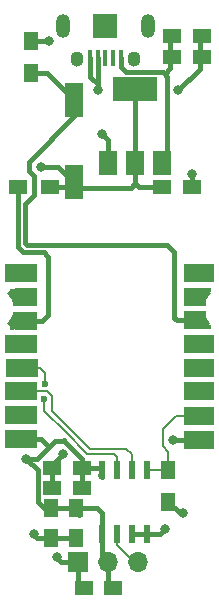
<source format=gbr>
G04 #@! TF.FileFunction,Copper,L1,Top,Signal*
%FSLAX46Y46*%
G04 Gerber Fmt 4.6, Leading zero omitted, Abs format (unit mm)*
G04 Created by KiCad (PCBNEW 4.0.4-stable) date 03/30/17 11:33:34*
%MOMM*%
%LPD*%
G01*
G04 APERTURE LIST*
%ADD10C,0.100000*%
%ADD11R,1.700000X1.700000*%
%ADD12O,1.700000X1.700000*%
%ADD13R,1.250000X1.500000*%
%ADD14R,1.300000X1.500000*%
%ADD15R,0.600000X1.550000*%
%ADD16R,1.500000X1.250000*%
%ADD17R,1.500000X1.300000*%
%ADD18R,2.500000X1.500000*%
%ADD19R,1.900000X1.500000*%
%ADD20R,2.700000X1.500000*%
%ADD21R,1.600000X3.000000*%
%ADD22R,3.800000X2.000000*%
%ADD23R,1.500000X2.000000*%
%ADD24O,1.200000X2.000000*%
%ADD25R,2.000000X2.000000*%
%ADD26R,0.400000X1.350000*%
%ADD27O,1.100000X1.300000*%
%ADD28O,1.000000X1.500000*%
%ADD29O,1.000000X1.400000*%
%ADD30R,0.400000X0.700000*%
%ADD31R,0.700000X0.400000*%
%ADD32C,0.800000*%
%ADD33C,0.600000*%
%ADD34C,0.400000*%
%ADD35C,0.200000*%
G04 APERTURE END LIST*
D10*
G36*
X158881795Y-81446890D02*
X159228205Y-81246890D01*
X159578205Y-81853108D01*
X159231795Y-82053108D01*
X158881795Y-81446890D01*
X158881795Y-81446890D01*
G37*
G36*
X159234138Y-79772801D02*
X158894919Y-79560833D01*
X159265862Y-78967199D01*
X159605081Y-79179167D01*
X159234138Y-79772801D01*
X159234138Y-79772801D01*
G37*
G36*
X143114582Y-79551989D02*
X142786921Y-79781420D01*
X142385418Y-79208013D01*
X142713079Y-78978582D01*
X143114582Y-79551989D01*
X143114582Y-79551989D01*
G37*
G36*
X142745862Y-81257199D02*
X143085081Y-81469167D01*
X142714138Y-82062801D01*
X142374919Y-81850833D01*
X142745862Y-81257199D01*
X142745862Y-81257199D01*
G37*
D11*
X148330000Y-101940000D03*
D12*
X150870000Y-101940000D03*
X153410000Y-101940000D03*
D13*
X148230000Y-99940000D03*
X148230000Y-97440000D03*
D14*
X144370000Y-57880000D03*
X144370000Y-60580000D03*
D15*
X150385000Y-99600000D03*
X151655000Y-99600000D03*
X152925000Y-99600000D03*
X154195000Y-99600000D03*
X154195000Y-94200000D03*
X152925000Y-94200000D03*
X151655000Y-94200000D03*
X150385000Y-94200000D03*
D16*
X155490000Y-70250000D03*
X157990000Y-70250000D03*
X146180000Y-95680000D03*
X148680000Y-95680000D03*
X146170000Y-94030000D03*
X148670000Y-94030000D03*
D14*
X155980000Y-96870000D03*
X155980000Y-94170000D03*
D13*
X146060000Y-99940000D03*
X146060000Y-97440000D03*
D17*
X143260000Y-70230000D03*
X145960000Y-70230000D03*
D18*
X158600000Y-91632400D03*
X158600000Y-89600400D03*
X158600000Y-87517600D03*
X158600000Y-85536400D03*
X158600000Y-83504400D03*
D19*
X158300000Y-81523200D03*
X158300000Y-79516600D03*
D20*
X143550000Y-91594300D03*
X143550000Y-89511500D03*
X143550000Y-87530300D03*
X143650000Y-85511000D03*
X143550000Y-83479000D03*
D19*
X143970000Y-81574000D03*
X143970000Y-79542000D03*
D20*
X143550000Y-77510000D03*
D18*
X158600000Y-77510000D03*
D21*
X148030000Y-69840000D03*
X148030000Y-62840000D03*
D16*
X156330000Y-59190000D03*
X158830000Y-59190000D03*
X156330000Y-57450000D03*
X158830000Y-57450000D03*
D22*
X153200000Y-61920000D03*
D23*
X153200000Y-68220000D03*
X155500000Y-68220000D03*
X150900000Y-68220000D03*
D24*
X154265000Y-56610000D03*
D25*
X150690000Y-56610000D03*
D24*
X147115000Y-56610000D03*
D26*
X151990000Y-59285000D03*
X151340000Y-59285000D03*
X150690000Y-59285000D03*
X150040000Y-59285000D03*
X149390000Y-59285000D03*
D27*
X153115000Y-59360000D03*
X148265000Y-59360000D03*
D16*
X148830000Y-104180000D03*
X151330000Y-104180000D03*
D28*
X143210000Y-81590000D03*
D29*
X143210000Y-79470000D03*
D30*
X143020000Y-81170000D03*
X143020000Y-79950000D03*
D31*
X159260000Y-82070000D03*
X159260000Y-78960000D03*
D30*
X142800000Y-81980000D03*
X142800000Y-79160000D03*
D32*
X146580000Y-101590000D03*
X144600000Y-99620000D03*
X155770000Y-99140000D03*
X147120000Y-92800000D03*
X157230000Y-97850000D03*
X157990000Y-69080000D03*
X145900000Y-57900000D03*
X156850000Y-62020000D03*
X156380000Y-91620000D03*
X150420000Y-65760000D03*
X150020000Y-62010000D03*
X143970000Y-93240000D03*
X145190000Y-68500000D03*
D33*
X145530000Y-86900000D03*
X145510000Y-88190000D03*
D34*
X148830000Y-104180000D02*
X148330000Y-103680000D01*
X148330000Y-103680000D02*
X148330000Y-101940000D01*
X148330000Y-101940000D02*
X146930000Y-101940000D01*
X146930000Y-101940000D02*
X146580000Y-101590000D01*
X146060000Y-99940000D02*
X144920000Y-99940000D01*
X144920000Y-99940000D02*
X144600000Y-99620000D01*
X154195000Y-99600000D02*
X155310000Y-99600000D01*
X155310000Y-99600000D02*
X155770000Y-99140000D01*
X152925000Y-99600000D02*
X154195000Y-99600000D01*
X146170000Y-94030000D02*
X146170000Y-93750000D01*
X146170000Y-93750000D02*
X147120000Y-92800000D01*
X146180000Y-95680000D02*
X146180000Y-94040000D01*
X146180000Y-94040000D02*
X146170000Y-94030000D01*
X155980000Y-96870000D02*
X156960000Y-97850000D01*
X156960000Y-97850000D02*
X157230000Y-97850000D01*
X157990000Y-70250000D02*
X157990000Y-69080000D01*
X144370000Y-57880000D02*
X145880000Y-57880000D01*
X145880000Y-57880000D02*
X145900000Y-57900000D01*
X158690000Y-59180000D02*
X158690000Y-60200000D01*
X158690000Y-60200000D02*
X156850000Y-62020000D01*
X158690000Y-57470000D02*
X158690000Y-59180000D01*
X158187000Y-91632400D02*
X156392400Y-91632400D01*
X156392400Y-91632400D02*
X156380000Y-91620000D01*
X150900000Y-68380000D02*
X150900000Y-66240000D01*
X150900000Y-66240000D02*
X150420000Y-65760000D01*
X150040000Y-61530000D02*
X150040000Y-61990000D01*
X150040000Y-61990000D02*
X150020000Y-62010000D01*
X149390000Y-59285000D02*
X149390000Y-60880000D01*
X149390000Y-60880000D02*
X150040000Y-61530000D01*
X150040000Y-59285000D02*
X150040000Y-61530000D01*
X146300000Y-99930000D02*
X148550000Y-99930000D01*
X148550000Y-99930000D02*
X148560000Y-99940000D01*
X145885000Y-92215000D02*
X145264300Y-91594300D01*
X145264300Y-91594300D02*
X144148900Y-91594300D01*
X143970000Y-93240000D02*
X144860000Y-93240000D01*
X146390000Y-91710000D02*
X147170000Y-91710000D01*
X144860000Y-93240000D02*
X145885000Y-92215000D01*
X145885000Y-92215000D02*
X146390000Y-91710000D01*
X144940000Y-96870000D02*
X144940000Y-94210000D01*
X145500000Y-97430000D02*
X145040000Y-96970000D01*
X145040000Y-96970000D02*
X144940000Y-96870000D01*
X144940000Y-94210000D02*
X143970000Y-93240000D01*
X145960000Y-70230000D02*
X147640000Y-70230000D01*
X147640000Y-70230000D02*
X148030000Y-69840000D01*
X145190000Y-68500000D02*
X146690000Y-68500000D01*
X146690000Y-68500000D02*
X148030000Y-69840000D01*
X148680000Y-95680000D02*
X148680000Y-94040000D01*
X148680000Y-94040000D02*
X148670000Y-94030000D01*
X148670000Y-94030000D02*
X150215000Y-94030000D01*
X150215000Y-94030000D02*
X150385000Y-94200000D01*
X146300000Y-97430000D02*
X145500000Y-97430000D01*
X148560000Y-97440000D02*
X146310000Y-97440000D01*
X146310000Y-97440000D02*
X146300000Y-97430000D01*
X148560000Y-97440000D02*
X150000000Y-97440000D01*
X150385000Y-97825000D02*
X150385000Y-99600000D01*
X150000000Y-97440000D02*
X150385000Y-97825000D01*
X150385000Y-99600000D02*
X150385000Y-101455000D01*
X150385000Y-101455000D02*
X150870000Y-101940000D01*
X150870000Y-101940000D02*
X150870000Y-103720000D01*
X150870000Y-103720000D02*
X151330000Y-104180000D01*
X155490000Y-70250000D02*
X153530000Y-70250000D01*
X153530000Y-70250000D02*
X153200000Y-69920000D01*
X150235000Y-94590000D02*
X150395000Y-94750000D01*
X153200000Y-68380000D02*
X153200000Y-69920000D01*
X152850000Y-70270000D02*
X148460000Y-70270000D01*
X153200000Y-69920000D02*
X152850000Y-70270000D01*
X148460000Y-70270000D02*
X148030000Y-69840000D01*
X148700000Y-94590000D02*
X148700000Y-93240000D01*
X148700000Y-93240000D02*
X147170000Y-91710000D01*
X147170000Y-91710000D02*
X147140000Y-91680000D01*
X148430000Y-98010000D02*
X148440000Y-98020000D01*
X153200000Y-68380000D02*
X153200000Y-62080000D01*
D35*
X154195000Y-94200000D02*
X155950000Y-94200000D01*
X155950000Y-94200000D02*
X155980000Y-94170000D01*
X155980000Y-94760000D02*
X155980000Y-92650000D01*
X156629600Y-89600400D02*
X158136200Y-89600400D01*
X155520000Y-90710000D02*
X156629600Y-89600400D01*
X155520000Y-92190000D02*
X155520000Y-90710000D01*
X155980000Y-92650000D02*
X155520000Y-92190000D01*
X155970000Y-94750000D02*
X155980000Y-94760000D01*
X145740300Y-87530300D02*
X146140000Y-87930000D01*
X144072700Y-87530300D02*
X145740300Y-87530300D01*
X146140000Y-87930000D02*
X146140000Y-89170000D01*
X147500000Y-90530000D02*
X146140000Y-89170000D01*
X147500000Y-90530000D02*
X149340000Y-92370000D01*
X152925000Y-94200000D02*
X152925000Y-92865000D01*
X152430000Y-92370000D02*
X152925000Y-92865000D01*
X149340000Y-92370000D02*
X152430000Y-92370000D01*
X144143000Y-87460000D02*
X144072700Y-87530300D01*
X145530000Y-86900000D02*
X145530000Y-85930000D01*
X147330000Y-90980000D02*
X145510000Y-89160000D01*
X145510000Y-88190000D02*
X145510000Y-89160000D01*
X145111000Y-85511000D02*
X144350000Y-85511000D01*
X145530000Y-85930000D02*
X145111000Y-85511000D01*
X147330000Y-90980000D02*
X149160000Y-92810000D01*
X149160000Y-92810000D02*
X151400000Y-92810000D01*
X151400000Y-92810000D02*
X151655000Y-93065000D01*
X151655000Y-93065000D02*
X151655000Y-94200000D01*
X151665000Y-94750000D02*
X151665000Y-93775000D01*
X147340000Y-90980000D02*
X147330000Y-90980000D01*
X144841000Y-85511000D02*
X144060000Y-85511000D01*
X144659000Y-86110000D02*
X144060000Y-85511000D01*
D34*
X156190000Y-59180000D02*
X156190000Y-57470000D01*
X156190000Y-59180000D02*
X156190000Y-60180000D01*
X156190000Y-60180000D02*
X155695000Y-60675000D01*
X151990000Y-59285000D02*
X151990000Y-60080000D01*
X155920000Y-60900000D02*
X155920000Y-67960000D01*
X155530000Y-60510000D02*
X155695000Y-60675000D01*
X155695000Y-60675000D02*
X155920000Y-60900000D01*
X152420000Y-60510000D02*
X155530000Y-60510000D01*
X151990000Y-60080000D02*
X152420000Y-60510000D01*
X155920000Y-67960000D02*
X155500000Y-68380000D01*
X148030000Y-62840000D02*
X148030000Y-64250000D01*
X148030000Y-64250000D02*
X144200000Y-68080000D01*
X156723200Y-81523200D02*
X158085400Y-81523200D01*
X156480000Y-81280000D02*
X156723200Y-81523200D01*
X156480000Y-75740000D02*
X156480000Y-81280000D01*
X155890000Y-75150000D02*
X156480000Y-75740000D01*
X144070000Y-75150000D02*
X155890000Y-75150000D01*
X143860002Y-74940002D02*
X144070000Y-75150000D01*
X143860002Y-71660000D02*
X143860002Y-74940002D01*
X144610000Y-70910002D02*
X143860002Y-71660000D01*
X144610000Y-69250000D02*
X144610000Y-70910002D01*
X144200000Y-68840000D02*
X144610000Y-69250000D01*
X144200000Y-68080000D02*
X144200000Y-68840000D01*
X144370000Y-60580000D02*
X145770000Y-60580000D01*
X145770000Y-60580000D02*
X148030000Y-62840000D01*
X143260000Y-70230000D02*
X143260000Y-75340000D01*
X145336000Y-81574000D02*
X144060000Y-81574000D01*
X145820000Y-81090000D02*
X145336000Y-81574000D01*
X145820000Y-76120000D02*
X145820000Y-81090000D01*
X145460000Y-75760000D02*
X145820000Y-76120000D01*
X143680000Y-75760000D02*
X145460000Y-75760000D01*
X143260000Y-75340000D02*
X143680000Y-75760000D01*
D35*
X151655000Y-99600000D02*
X151655000Y-100505000D01*
X151655000Y-100505000D02*
X153090000Y-101940000D01*
X153090000Y-101940000D02*
X153410000Y-101940000D01*
M02*

</source>
